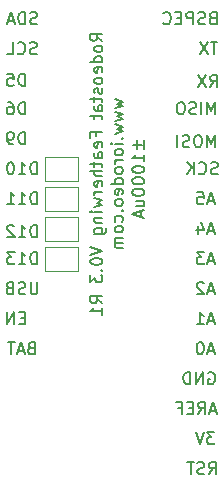
<source format=gbr>
G04 #@! TF.GenerationSoftware,KiCad,Pcbnew,5.1.7-a382d34a8~87~ubuntu18.04.1*
G04 #@! TF.CreationDate,2021-10-03T14:59:54-07:00*
G04 #@! TF.ProjectId,potentiostat_featherwing,706f7465-6e74-4696-9f73-7461745f6665,rev?*
G04 #@! TF.SameCoordinates,Original*
G04 #@! TF.FileFunction,Legend,Bot*
G04 #@! TF.FilePolarity,Positive*
%FSLAX46Y46*%
G04 Gerber Fmt 4.6, Leading zero omitted, Abs format (unit mm)*
G04 Created by KiCad (PCBNEW 5.1.7-a382d34a8~87~ubuntu18.04.1) date 2021-10-03 14:59:54*
%MOMM*%
%LPD*%
G01*
G04 APERTURE LIST*
%ADD10C,0.203200*%
%ADD11C,0.120000*%
G04 APERTURE END LIST*
D10*
X52914247Y-42045466D02*
X52914247Y-42819561D01*
X53301295Y-42432514D02*
X52527200Y-42432514D01*
X53494819Y-42819561D02*
X53494819Y-42045466D01*
X53494819Y-43835561D02*
X53494819Y-43254990D01*
X53494819Y-43545276D02*
X52478819Y-43545276D01*
X52623961Y-43448514D01*
X52720723Y-43351752D01*
X52769104Y-43254990D01*
X52478819Y-44464514D02*
X52478819Y-44561276D01*
X52527200Y-44658038D01*
X52575580Y-44706419D01*
X52672342Y-44754800D01*
X52865866Y-44803180D01*
X53107771Y-44803180D01*
X53301295Y-44754800D01*
X53398057Y-44706419D01*
X53446438Y-44658038D01*
X53494819Y-44561276D01*
X53494819Y-44464514D01*
X53446438Y-44367752D01*
X53398057Y-44319371D01*
X53301295Y-44270990D01*
X53107771Y-44222609D01*
X52865866Y-44222609D01*
X52672342Y-44270990D01*
X52575580Y-44319371D01*
X52527200Y-44367752D01*
X52478819Y-44464514D01*
X52478819Y-45432133D02*
X52478819Y-45528895D01*
X52527200Y-45625657D01*
X52575580Y-45674038D01*
X52672342Y-45722419D01*
X52865866Y-45770800D01*
X53107771Y-45770800D01*
X53301295Y-45722419D01*
X53398057Y-45674038D01*
X53446438Y-45625657D01*
X53494819Y-45528895D01*
X53494819Y-45432133D01*
X53446438Y-45335371D01*
X53398057Y-45286990D01*
X53301295Y-45238609D01*
X53107771Y-45190228D01*
X52865866Y-45190228D01*
X52672342Y-45238609D01*
X52575580Y-45286990D01*
X52527200Y-45335371D01*
X52478819Y-45432133D01*
X52478819Y-46399752D02*
X52478819Y-46496514D01*
X52527200Y-46593276D01*
X52575580Y-46641657D01*
X52672342Y-46690038D01*
X52865866Y-46738419D01*
X53107771Y-46738419D01*
X53301295Y-46690038D01*
X53398057Y-46641657D01*
X53446438Y-46593276D01*
X53494819Y-46496514D01*
X53494819Y-46399752D01*
X53446438Y-46302990D01*
X53398057Y-46254609D01*
X53301295Y-46206228D01*
X53107771Y-46157847D01*
X52865866Y-46157847D01*
X52672342Y-46206228D01*
X52575580Y-46254609D01*
X52527200Y-46302990D01*
X52478819Y-46399752D01*
X52817485Y-47609276D02*
X53494819Y-47609276D01*
X52817485Y-47173847D02*
X53349676Y-47173847D01*
X53446438Y-47222228D01*
X53494819Y-47318990D01*
X53494819Y-47464133D01*
X53446438Y-47560895D01*
X53398057Y-47609276D01*
X53204533Y-48044704D02*
X53204533Y-48528514D01*
X53494819Y-47947942D02*
X52478819Y-48286609D01*
X53494819Y-48625276D01*
X49964219Y-33634438D02*
X49480409Y-33295771D01*
X49964219Y-33053866D02*
X48948219Y-33053866D01*
X48948219Y-33440914D01*
X48996600Y-33537676D01*
X49044980Y-33586057D01*
X49141742Y-33634438D01*
X49286885Y-33634438D01*
X49383647Y-33586057D01*
X49432028Y-33537676D01*
X49480409Y-33440914D01*
X49480409Y-33053866D01*
X49964219Y-34215009D02*
X49915838Y-34118247D01*
X49867457Y-34069866D01*
X49770695Y-34021485D01*
X49480409Y-34021485D01*
X49383647Y-34069866D01*
X49335266Y-34118247D01*
X49286885Y-34215009D01*
X49286885Y-34360152D01*
X49335266Y-34456914D01*
X49383647Y-34505295D01*
X49480409Y-34553676D01*
X49770695Y-34553676D01*
X49867457Y-34505295D01*
X49915838Y-34456914D01*
X49964219Y-34360152D01*
X49964219Y-34215009D01*
X49964219Y-35424533D02*
X48948219Y-35424533D01*
X49915838Y-35424533D02*
X49964219Y-35327771D01*
X49964219Y-35134247D01*
X49915838Y-35037485D01*
X49867457Y-34989104D01*
X49770695Y-34940723D01*
X49480409Y-34940723D01*
X49383647Y-34989104D01*
X49335266Y-35037485D01*
X49286885Y-35134247D01*
X49286885Y-35327771D01*
X49335266Y-35424533D01*
X49915838Y-36295390D02*
X49964219Y-36198628D01*
X49964219Y-36005104D01*
X49915838Y-35908342D01*
X49819076Y-35859961D01*
X49432028Y-35859961D01*
X49335266Y-35908342D01*
X49286885Y-36005104D01*
X49286885Y-36198628D01*
X49335266Y-36295390D01*
X49432028Y-36343771D01*
X49528790Y-36343771D01*
X49625552Y-35859961D01*
X49964219Y-36924342D02*
X49915838Y-36827580D01*
X49867457Y-36779200D01*
X49770695Y-36730819D01*
X49480409Y-36730819D01*
X49383647Y-36779200D01*
X49335266Y-36827580D01*
X49286885Y-36924342D01*
X49286885Y-37069485D01*
X49335266Y-37166247D01*
X49383647Y-37214628D01*
X49480409Y-37263009D01*
X49770695Y-37263009D01*
X49867457Y-37214628D01*
X49915838Y-37166247D01*
X49964219Y-37069485D01*
X49964219Y-36924342D01*
X49915838Y-37650057D02*
X49964219Y-37746819D01*
X49964219Y-37940342D01*
X49915838Y-38037104D01*
X49819076Y-38085485D01*
X49770695Y-38085485D01*
X49673933Y-38037104D01*
X49625552Y-37940342D01*
X49625552Y-37795200D01*
X49577171Y-37698438D01*
X49480409Y-37650057D01*
X49432028Y-37650057D01*
X49335266Y-37698438D01*
X49286885Y-37795200D01*
X49286885Y-37940342D01*
X49335266Y-38037104D01*
X49286885Y-38375771D02*
X49286885Y-38762819D01*
X48948219Y-38520914D02*
X49819076Y-38520914D01*
X49915838Y-38569295D01*
X49964219Y-38666057D01*
X49964219Y-38762819D01*
X49964219Y-39536914D02*
X49432028Y-39536914D01*
X49335266Y-39488533D01*
X49286885Y-39391771D01*
X49286885Y-39198247D01*
X49335266Y-39101485D01*
X49915838Y-39536914D02*
X49964219Y-39440152D01*
X49964219Y-39198247D01*
X49915838Y-39101485D01*
X49819076Y-39053104D01*
X49722314Y-39053104D01*
X49625552Y-39101485D01*
X49577171Y-39198247D01*
X49577171Y-39440152D01*
X49528790Y-39536914D01*
X49286885Y-39875580D02*
X49286885Y-40262628D01*
X48948219Y-40020723D02*
X49819076Y-40020723D01*
X49915838Y-40069104D01*
X49964219Y-40165866D01*
X49964219Y-40262628D01*
X49432028Y-41714057D02*
X49432028Y-41375390D01*
X49964219Y-41375390D02*
X48948219Y-41375390D01*
X48948219Y-41859200D01*
X49915838Y-42633295D02*
X49964219Y-42536533D01*
X49964219Y-42343009D01*
X49915838Y-42246247D01*
X49819076Y-42197866D01*
X49432028Y-42197866D01*
X49335266Y-42246247D01*
X49286885Y-42343009D01*
X49286885Y-42536533D01*
X49335266Y-42633295D01*
X49432028Y-42681676D01*
X49528790Y-42681676D01*
X49625552Y-42197866D01*
X49964219Y-43552533D02*
X49432028Y-43552533D01*
X49335266Y-43504152D01*
X49286885Y-43407390D01*
X49286885Y-43213866D01*
X49335266Y-43117104D01*
X49915838Y-43552533D02*
X49964219Y-43455771D01*
X49964219Y-43213866D01*
X49915838Y-43117104D01*
X49819076Y-43068723D01*
X49722314Y-43068723D01*
X49625552Y-43117104D01*
X49577171Y-43213866D01*
X49577171Y-43455771D01*
X49528790Y-43552533D01*
X49286885Y-43891200D02*
X49286885Y-44278247D01*
X48948219Y-44036342D02*
X49819076Y-44036342D01*
X49915838Y-44084723D01*
X49964219Y-44181485D01*
X49964219Y-44278247D01*
X49964219Y-44616914D02*
X48948219Y-44616914D01*
X49964219Y-45052342D02*
X49432028Y-45052342D01*
X49335266Y-45003961D01*
X49286885Y-44907200D01*
X49286885Y-44762057D01*
X49335266Y-44665295D01*
X49383647Y-44616914D01*
X49915838Y-45923200D02*
X49964219Y-45826438D01*
X49964219Y-45632914D01*
X49915838Y-45536152D01*
X49819076Y-45487771D01*
X49432028Y-45487771D01*
X49335266Y-45536152D01*
X49286885Y-45632914D01*
X49286885Y-45826438D01*
X49335266Y-45923200D01*
X49432028Y-45971580D01*
X49528790Y-45971580D01*
X49625552Y-45487771D01*
X49964219Y-46407009D02*
X49286885Y-46407009D01*
X49480409Y-46407009D02*
X49383647Y-46455390D01*
X49335266Y-46503771D01*
X49286885Y-46600533D01*
X49286885Y-46697295D01*
X49286885Y-46939200D02*
X49964219Y-47132723D01*
X49480409Y-47326247D01*
X49964219Y-47519771D01*
X49286885Y-47713295D01*
X49964219Y-48100342D02*
X49286885Y-48100342D01*
X48948219Y-48100342D02*
X48996600Y-48051961D01*
X49044980Y-48100342D01*
X48996600Y-48148723D01*
X48948219Y-48100342D01*
X49044980Y-48100342D01*
X49286885Y-48584152D02*
X49964219Y-48584152D01*
X49383647Y-48584152D02*
X49335266Y-48632533D01*
X49286885Y-48729295D01*
X49286885Y-48874438D01*
X49335266Y-48971200D01*
X49432028Y-49019580D01*
X49964219Y-49019580D01*
X49286885Y-49938819D02*
X50109361Y-49938819D01*
X50206123Y-49890438D01*
X50254504Y-49842057D01*
X50302885Y-49745295D01*
X50302885Y-49600152D01*
X50254504Y-49503390D01*
X49915838Y-49938819D02*
X49964219Y-49842057D01*
X49964219Y-49648533D01*
X49915838Y-49551771D01*
X49867457Y-49503390D01*
X49770695Y-49455009D01*
X49480409Y-49455009D01*
X49383647Y-49503390D01*
X49335266Y-49551771D01*
X49286885Y-49648533D01*
X49286885Y-49842057D01*
X49335266Y-49938819D01*
X48948219Y-51051580D02*
X49964219Y-51390247D01*
X48948219Y-51728914D01*
X48948219Y-52261104D02*
X48948219Y-52357866D01*
X48996600Y-52454628D01*
X49044980Y-52503009D01*
X49141742Y-52551390D01*
X49335266Y-52599771D01*
X49577171Y-52599771D01*
X49770695Y-52551390D01*
X49867457Y-52503009D01*
X49915838Y-52454628D01*
X49964219Y-52357866D01*
X49964219Y-52261104D01*
X49915838Y-52164342D01*
X49867457Y-52115961D01*
X49770695Y-52067580D01*
X49577171Y-52019200D01*
X49335266Y-52019200D01*
X49141742Y-52067580D01*
X49044980Y-52115961D01*
X48996600Y-52164342D01*
X48948219Y-52261104D01*
X49867457Y-53035200D02*
X49915838Y-53083580D01*
X49964219Y-53035200D01*
X49915838Y-52986819D01*
X49867457Y-53035200D01*
X49964219Y-53035200D01*
X48948219Y-53422247D02*
X48948219Y-54051200D01*
X49335266Y-53712533D01*
X49335266Y-53857676D01*
X49383647Y-53954438D01*
X49432028Y-54002819D01*
X49528790Y-54051200D01*
X49770695Y-54051200D01*
X49867457Y-54002819D01*
X49915838Y-53954438D01*
X49964219Y-53857676D01*
X49964219Y-53567390D01*
X49915838Y-53470628D01*
X49867457Y-53422247D01*
X49964219Y-55841295D02*
X49480409Y-55502628D01*
X49964219Y-55260723D02*
X48948219Y-55260723D01*
X48948219Y-55647771D01*
X48996600Y-55744533D01*
X49044980Y-55792914D01*
X49141742Y-55841295D01*
X49286885Y-55841295D01*
X49383647Y-55792914D01*
X49432028Y-55744533D01*
X49480409Y-55647771D01*
X49480409Y-55260723D01*
X49964219Y-56808914D02*
X49964219Y-56228342D01*
X49964219Y-56518628D02*
X48948219Y-56518628D01*
X49093361Y-56421866D01*
X49190123Y-56325104D01*
X49238504Y-56228342D01*
X51014085Y-38569295D02*
X51691419Y-38762819D01*
X51207609Y-38956342D01*
X51691419Y-39149866D01*
X51014085Y-39343390D01*
X51014085Y-39633676D02*
X51691419Y-39827200D01*
X51207609Y-40020723D01*
X51691419Y-40214247D01*
X51014085Y-40407771D01*
X51014085Y-40698057D02*
X51691419Y-40891580D01*
X51207609Y-41085104D01*
X51691419Y-41278628D01*
X51014085Y-41472152D01*
X51594657Y-41859199D02*
X51643038Y-41907580D01*
X51691419Y-41859199D01*
X51643038Y-41810819D01*
X51594657Y-41859199D01*
X51691419Y-41859199D01*
X51691419Y-42343009D02*
X51014085Y-42343009D01*
X50675419Y-42343009D02*
X50723800Y-42294628D01*
X50772180Y-42343009D01*
X50723800Y-42391390D01*
X50675419Y-42343009D01*
X50772180Y-42343009D01*
X51691419Y-42971961D02*
X51643038Y-42875200D01*
X51594657Y-42826819D01*
X51497895Y-42778438D01*
X51207609Y-42778438D01*
X51110847Y-42826819D01*
X51062466Y-42875200D01*
X51014085Y-42971961D01*
X51014085Y-43117104D01*
X51062466Y-43213866D01*
X51110847Y-43262247D01*
X51207609Y-43310628D01*
X51497895Y-43310628D01*
X51594657Y-43262247D01*
X51643038Y-43213866D01*
X51691419Y-43117104D01*
X51691419Y-42971961D01*
X51691419Y-43746057D02*
X51014085Y-43746057D01*
X51207609Y-43746057D02*
X51110847Y-43794438D01*
X51062466Y-43842819D01*
X51014085Y-43939580D01*
X51014085Y-44036342D01*
X51691419Y-44520152D02*
X51643038Y-44423390D01*
X51594657Y-44375009D01*
X51497895Y-44326628D01*
X51207609Y-44326628D01*
X51110847Y-44375009D01*
X51062466Y-44423390D01*
X51014085Y-44520152D01*
X51014085Y-44665295D01*
X51062466Y-44762057D01*
X51110847Y-44810438D01*
X51207609Y-44858819D01*
X51497895Y-44858819D01*
X51594657Y-44810438D01*
X51643038Y-44762057D01*
X51691419Y-44665295D01*
X51691419Y-44520152D01*
X51691419Y-45729676D02*
X50675419Y-45729676D01*
X51643038Y-45729676D02*
X51691419Y-45632914D01*
X51691419Y-45439390D01*
X51643038Y-45342628D01*
X51594657Y-45294247D01*
X51497895Y-45245866D01*
X51207609Y-45245866D01*
X51110847Y-45294247D01*
X51062466Y-45342628D01*
X51014085Y-45439390D01*
X51014085Y-45632914D01*
X51062466Y-45729676D01*
X51643038Y-46600533D02*
X51691419Y-46503771D01*
X51691419Y-46310247D01*
X51643038Y-46213485D01*
X51546276Y-46165104D01*
X51159228Y-46165104D01*
X51062466Y-46213485D01*
X51014085Y-46310247D01*
X51014085Y-46503771D01*
X51062466Y-46600533D01*
X51159228Y-46648914D01*
X51255990Y-46648914D01*
X51352752Y-46165104D01*
X51691419Y-47229485D02*
X51643038Y-47132723D01*
X51594657Y-47084342D01*
X51497895Y-47035961D01*
X51207609Y-47035961D01*
X51110847Y-47084342D01*
X51062466Y-47132723D01*
X51014085Y-47229485D01*
X51014085Y-47374628D01*
X51062466Y-47471390D01*
X51110847Y-47519771D01*
X51207609Y-47568152D01*
X51497895Y-47568152D01*
X51594657Y-47519771D01*
X51643038Y-47471390D01*
X51691419Y-47374628D01*
X51691419Y-47229485D01*
X51594657Y-48003580D02*
X51643038Y-48051961D01*
X51691419Y-48003580D01*
X51643038Y-47955199D01*
X51594657Y-48003580D01*
X51691419Y-48003580D01*
X51643038Y-48922819D02*
X51691419Y-48826057D01*
X51691419Y-48632533D01*
X51643038Y-48535771D01*
X51594657Y-48487390D01*
X51497895Y-48439009D01*
X51207609Y-48439009D01*
X51110847Y-48487390D01*
X51062466Y-48535771D01*
X51014085Y-48632533D01*
X51014085Y-48826057D01*
X51062466Y-48922819D01*
X51691419Y-49503390D02*
X51643038Y-49406628D01*
X51594657Y-49358247D01*
X51497895Y-49309866D01*
X51207609Y-49309866D01*
X51110847Y-49358247D01*
X51062466Y-49406628D01*
X51014085Y-49503390D01*
X51014085Y-49648533D01*
X51062466Y-49745295D01*
X51110847Y-49793676D01*
X51207609Y-49842057D01*
X51497895Y-49842057D01*
X51594657Y-49793676D01*
X51643038Y-49745295D01*
X51691419Y-49648533D01*
X51691419Y-49503390D01*
X51691419Y-50277485D02*
X51014085Y-50277485D01*
X51110847Y-50277485D02*
X51062466Y-50325866D01*
X51014085Y-50422628D01*
X51014085Y-50567771D01*
X51062466Y-50664533D01*
X51159228Y-50712914D01*
X51691419Y-50712914D01*
X51159228Y-50712914D02*
X51062466Y-50761295D01*
X51014085Y-50858057D01*
X51014085Y-51003199D01*
X51062466Y-51099961D01*
X51159228Y-51148342D01*
X51691419Y-51148342D01*
D11*
X47882000Y-51070000D02*
X45082000Y-51070000D01*
X45082000Y-51070000D02*
X45082000Y-53070000D01*
X45082000Y-53070000D02*
X47882000Y-53070000D01*
X47882000Y-53070000D02*
X47882000Y-51070000D01*
X47882000Y-50530000D02*
X47882000Y-48530000D01*
X45082000Y-50530000D02*
X47882000Y-50530000D01*
X45082000Y-48530000D02*
X45082000Y-50530000D01*
X47882000Y-48530000D02*
X45082000Y-48530000D01*
X47882000Y-45990000D02*
X45082000Y-45990000D01*
X45082000Y-45990000D02*
X45082000Y-47990000D01*
X45082000Y-47990000D02*
X47882000Y-47990000D01*
X47882000Y-47990000D02*
X47882000Y-45990000D01*
X47882000Y-43450000D02*
X45082000Y-43450000D01*
X45082000Y-43450000D02*
X45082000Y-45450000D01*
X45082000Y-45450000D02*
X47882000Y-45450000D01*
X47882000Y-45450000D02*
X47882000Y-43450000D01*
D10*
X58976380Y-70309619D02*
X59315047Y-69825809D01*
X59556952Y-70309619D02*
X59556952Y-69293619D01*
X59169904Y-69293619D01*
X59073142Y-69342000D01*
X59024761Y-69390380D01*
X58976380Y-69487142D01*
X58976380Y-69632285D01*
X59024761Y-69729047D01*
X59073142Y-69777428D01*
X59169904Y-69825809D01*
X59556952Y-69825809D01*
X58589333Y-70261238D02*
X58444190Y-70309619D01*
X58202285Y-70309619D01*
X58105523Y-70261238D01*
X58057142Y-70212857D01*
X58008761Y-70116095D01*
X58008761Y-70019333D01*
X58057142Y-69922571D01*
X58105523Y-69874190D01*
X58202285Y-69825809D01*
X58395809Y-69777428D01*
X58492571Y-69729047D01*
X58540952Y-69680666D01*
X58589333Y-69583904D01*
X58589333Y-69487142D01*
X58540952Y-69390380D01*
X58492571Y-69342000D01*
X58395809Y-69293619D01*
X58153904Y-69293619D01*
X58008761Y-69342000D01*
X57718476Y-69293619D02*
X57137904Y-69293619D01*
X57428190Y-70309619D02*
X57428190Y-69293619D01*
X59448095Y-66753619D02*
X58819142Y-66753619D01*
X59157809Y-67140666D01*
X59012666Y-67140666D01*
X58915904Y-67189047D01*
X58867523Y-67237428D01*
X58819142Y-67334190D01*
X58819142Y-67576095D01*
X58867523Y-67672857D01*
X58915904Y-67721238D01*
X59012666Y-67769619D01*
X59302952Y-67769619D01*
X59399714Y-67721238D01*
X59448095Y-67672857D01*
X58528857Y-66753619D02*
X58190190Y-67769619D01*
X57851523Y-66753619D01*
X59556952Y-64939333D02*
X59073142Y-64939333D01*
X59653714Y-65229619D02*
X59315047Y-64213619D01*
X58976380Y-65229619D01*
X58057142Y-65229619D02*
X58395809Y-64745809D01*
X58637714Y-65229619D02*
X58637714Y-64213619D01*
X58250666Y-64213619D01*
X58153904Y-64262000D01*
X58105523Y-64310380D01*
X58057142Y-64407142D01*
X58057142Y-64552285D01*
X58105523Y-64649047D01*
X58153904Y-64697428D01*
X58250666Y-64745809D01*
X58637714Y-64745809D01*
X57621714Y-64697428D02*
X57283047Y-64697428D01*
X57137904Y-65229619D02*
X57621714Y-65229619D01*
X57621714Y-64213619D01*
X57137904Y-64213619D01*
X56363809Y-64697428D02*
X56702476Y-64697428D01*
X56702476Y-65229619D02*
X56702476Y-64213619D01*
X56218666Y-64213619D01*
X58940095Y-61722000D02*
X59036857Y-61673619D01*
X59182000Y-61673619D01*
X59327142Y-61722000D01*
X59423904Y-61818761D01*
X59472285Y-61915523D01*
X59520666Y-62109047D01*
X59520666Y-62254190D01*
X59472285Y-62447714D01*
X59423904Y-62544476D01*
X59327142Y-62641238D01*
X59182000Y-62689619D01*
X59085238Y-62689619D01*
X58940095Y-62641238D01*
X58891714Y-62592857D01*
X58891714Y-62254190D01*
X59085238Y-62254190D01*
X58456285Y-62689619D02*
X58456285Y-61673619D01*
X57875714Y-62689619D01*
X57875714Y-61673619D01*
X57391904Y-62689619D02*
X57391904Y-61673619D01*
X57150000Y-61673619D01*
X57004857Y-61722000D01*
X56908095Y-61818761D01*
X56859714Y-61915523D01*
X56811333Y-62109047D01*
X56811333Y-62254190D01*
X56859714Y-62447714D01*
X56908095Y-62544476D01*
X57004857Y-62641238D01*
X57150000Y-62689619D01*
X57391904Y-62689619D01*
X59399714Y-59859333D02*
X58915904Y-59859333D01*
X59496476Y-60149619D02*
X59157809Y-59133619D01*
X58819142Y-60149619D01*
X58286952Y-59133619D02*
X58190190Y-59133619D01*
X58093428Y-59182000D01*
X58045047Y-59230380D01*
X57996666Y-59327142D01*
X57948285Y-59520666D01*
X57948285Y-59762571D01*
X57996666Y-59956095D01*
X58045047Y-60052857D01*
X58093428Y-60101238D01*
X58190190Y-60149619D01*
X58286952Y-60149619D01*
X58383714Y-60101238D01*
X58432095Y-60052857D01*
X58480476Y-59956095D01*
X58528857Y-59762571D01*
X58528857Y-59520666D01*
X58480476Y-59327142D01*
X58432095Y-59230380D01*
X58383714Y-59182000D01*
X58286952Y-59133619D01*
X59399714Y-57319333D02*
X58915904Y-57319333D01*
X59496476Y-57609619D02*
X59157809Y-56593619D01*
X58819142Y-57609619D01*
X57948285Y-57609619D02*
X58528857Y-57609619D01*
X58238571Y-57609619D02*
X58238571Y-56593619D01*
X58335333Y-56738761D01*
X58432095Y-56835523D01*
X58528857Y-56883904D01*
X59399714Y-54779333D02*
X58915904Y-54779333D01*
X59496476Y-55069619D02*
X59157809Y-54053619D01*
X58819142Y-55069619D01*
X58528857Y-54150380D02*
X58480476Y-54102000D01*
X58383714Y-54053619D01*
X58141809Y-54053619D01*
X58045047Y-54102000D01*
X57996666Y-54150380D01*
X57948285Y-54247142D01*
X57948285Y-54343904D01*
X57996666Y-54489047D01*
X58577238Y-55069619D01*
X57948285Y-55069619D01*
X59399714Y-52239333D02*
X58915904Y-52239333D01*
X59496476Y-52529619D02*
X59157809Y-51513619D01*
X58819142Y-52529619D01*
X58577238Y-51513619D02*
X57948285Y-51513619D01*
X58286952Y-51900666D01*
X58141809Y-51900666D01*
X58045047Y-51949047D01*
X57996666Y-51997428D01*
X57948285Y-52094190D01*
X57948285Y-52336095D01*
X57996666Y-52432857D01*
X58045047Y-52481238D01*
X58141809Y-52529619D01*
X58432095Y-52529619D01*
X58528857Y-52481238D01*
X58577238Y-52432857D01*
X59399714Y-49699333D02*
X58915904Y-49699333D01*
X59496476Y-49989619D02*
X59157809Y-48973619D01*
X58819142Y-49989619D01*
X58045047Y-49312285D02*
X58045047Y-49989619D01*
X58286952Y-48925238D02*
X58528857Y-49650952D01*
X57899904Y-49650952D01*
X59399714Y-47159333D02*
X58915904Y-47159333D01*
X59496476Y-47449619D02*
X59157809Y-46433619D01*
X58819142Y-47449619D01*
X57996666Y-46433619D02*
X58480476Y-46433619D01*
X58528857Y-46917428D01*
X58480476Y-46869047D01*
X58383714Y-46820666D01*
X58141809Y-46820666D01*
X58045047Y-46869047D01*
X57996666Y-46917428D01*
X57948285Y-47014190D01*
X57948285Y-47256095D01*
X57996666Y-47352857D01*
X58045047Y-47401238D01*
X58141809Y-47449619D01*
X58383714Y-47449619D01*
X58480476Y-47401238D01*
X58528857Y-47352857D01*
X59726285Y-44861238D02*
X59581142Y-44909619D01*
X59339238Y-44909619D01*
X59242476Y-44861238D01*
X59194095Y-44812857D01*
X59145714Y-44716095D01*
X59145714Y-44619333D01*
X59194095Y-44522571D01*
X59242476Y-44474190D01*
X59339238Y-44425809D01*
X59532761Y-44377428D01*
X59629523Y-44329047D01*
X59677904Y-44280666D01*
X59726285Y-44183904D01*
X59726285Y-44087142D01*
X59677904Y-43990380D01*
X59629523Y-43942000D01*
X59532761Y-43893619D01*
X59290857Y-43893619D01*
X59145714Y-43942000D01*
X58129714Y-44812857D02*
X58178095Y-44861238D01*
X58323238Y-44909619D01*
X58420000Y-44909619D01*
X58565142Y-44861238D01*
X58661904Y-44764476D01*
X58710285Y-44667714D01*
X58758666Y-44474190D01*
X58758666Y-44329047D01*
X58710285Y-44135523D01*
X58661904Y-44038761D01*
X58565142Y-43942000D01*
X58420000Y-43893619D01*
X58323238Y-43893619D01*
X58178095Y-43942000D01*
X58129714Y-43990380D01*
X57694285Y-44909619D02*
X57694285Y-43893619D01*
X57113714Y-44909619D02*
X57549142Y-44329047D01*
X57113714Y-43893619D02*
X57694285Y-44474190D01*
X59508571Y-42623619D02*
X59508571Y-41607619D01*
X59169904Y-42333333D01*
X58831238Y-41607619D01*
X58831238Y-42623619D01*
X58153904Y-41607619D02*
X57960380Y-41607619D01*
X57863619Y-41656000D01*
X57766857Y-41752761D01*
X57718476Y-41946285D01*
X57718476Y-42284952D01*
X57766857Y-42478476D01*
X57863619Y-42575238D01*
X57960380Y-42623619D01*
X58153904Y-42623619D01*
X58250666Y-42575238D01*
X58347428Y-42478476D01*
X58395809Y-42284952D01*
X58395809Y-41946285D01*
X58347428Y-41752761D01*
X58250666Y-41656000D01*
X58153904Y-41607619D01*
X57331428Y-42575238D02*
X57186285Y-42623619D01*
X56944380Y-42623619D01*
X56847619Y-42575238D01*
X56799238Y-42526857D01*
X56750857Y-42430095D01*
X56750857Y-42333333D01*
X56799238Y-42236571D01*
X56847619Y-42188190D01*
X56944380Y-42139809D01*
X57137904Y-42091428D01*
X57234666Y-42043047D01*
X57283047Y-41994666D01*
X57331428Y-41897904D01*
X57331428Y-41801142D01*
X57283047Y-41704380D01*
X57234666Y-41656000D01*
X57137904Y-41607619D01*
X56895999Y-41607619D01*
X56750857Y-41656000D01*
X56315428Y-42623619D02*
X56315428Y-41607619D01*
X59508571Y-39829619D02*
X59508571Y-38813619D01*
X59169904Y-39539333D01*
X58831238Y-38813619D01*
X58831238Y-39829619D01*
X58347428Y-39829619D02*
X58347428Y-38813619D01*
X57911999Y-39781238D02*
X57766857Y-39829619D01*
X57524952Y-39829619D01*
X57428190Y-39781238D01*
X57379809Y-39732857D01*
X57331428Y-39636095D01*
X57331428Y-39539333D01*
X57379809Y-39442571D01*
X57428190Y-39394190D01*
X57524952Y-39345809D01*
X57718476Y-39297428D01*
X57815238Y-39249047D01*
X57863619Y-39200666D01*
X57911999Y-39103904D01*
X57911999Y-39007142D01*
X57863619Y-38910380D01*
X57815238Y-38862000D01*
X57718476Y-38813619D01*
X57476571Y-38813619D01*
X57331428Y-38862000D01*
X56702476Y-38813619D02*
X56508952Y-38813619D01*
X56412190Y-38862000D01*
X56315428Y-38958761D01*
X56267047Y-39152285D01*
X56267047Y-39490952D01*
X56315428Y-39684476D01*
X56412190Y-39781238D01*
X56508952Y-39829619D01*
X56702476Y-39829619D01*
X56799238Y-39781238D01*
X56895999Y-39684476D01*
X56944380Y-39490952D01*
X56944380Y-39152285D01*
X56895999Y-38958761D01*
X56799238Y-38862000D01*
X56702476Y-38813619D01*
X59097333Y-37543619D02*
X59436000Y-37059809D01*
X59677904Y-37543619D02*
X59677904Y-36527619D01*
X59290857Y-36527619D01*
X59194095Y-36576000D01*
X59145714Y-36624380D01*
X59097333Y-36721142D01*
X59097333Y-36866285D01*
X59145714Y-36963047D01*
X59194095Y-37011428D01*
X59290857Y-37059809D01*
X59677904Y-37059809D01*
X58758666Y-36527619D02*
X58081333Y-37543619D01*
X58081333Y-36527619D02*
X58758666Y-37543619D01*
X59702095Y-33733619D02*
X59121523Y-33733619D01*
X59411809Y-34749619D02*
X59411809Y-33733619D01*
X58879619Y-33733619D02*
X58202285Y-34749619D01*
X58202285Y-33733619D02*
X58879619Y-34749619D01*
X59290857Y-31677428D02*
X59145714Y-31725809D01*
X59097333Y-31774190D01*
X59048952Y-31870952D01*
X59048952Y-32016095D01*
X59097333Y-32112857D01*
X59145714Y-32161238D01*
X59242476Y-32209619D01*
X59629523Y-32209619D01*
X59629523Y-31193619D01*
X59290857Y-31193619D01*
X59194095Y-31242000D01*
X59145714Y-31290380D01*
X59097333Y-31387142D01*
X59097333Y-31483904D01*
X59145714Y-31580666D01*
X59194095Y-31629047D01*
X59290857Y-31677428D01*
X59629523Y-31677428D01*
X58661904Y-32161238D02*
X58516761Y-32209619D01*
X58274857Y-32209619D01*
X58178095Y-32161238D01*
X58129714Y-32112857D01*
X58081333Y-32016095D01*
X58081333Y-31919333D01*
X58129714Y-31822571D01*
X58178095Y-31774190D01*
X58274857Y-31725809D01*
X58468380Y-31677428D01*
X58565142Y-31629047D01*
X58613523Y-31580666D01*
X58661904Y-31483904D01*
X58661904Y-31387142D01*
X58613523Y-31290380D01*
X58565142Y-31242000D01*
X58468380Y-31193619D01*
X58226476Y-31193619D01*
X58081333Y-31242000D01*
X57645904Y-32209619D02*
X57645904Y-31193619D01*
X57258857Y-31193619D01*
X57162095Y-31242000D01*
X57113714Y-31290380D01*
X57065333Y-31387142D01*
X57065333Y-31532285D01*
X57113714Y-31629047D01*
X57162095Y-31677428D01*
X57258857Y-31725809D01*
X57645904Y-31725809D01*
X56629904Y-31677428D02*
X56291238Y-31677428D01*
X56146095Y-32209619D02*
X56629904Y-32209619D01*
X56629904Y-31193619D01*
X56146095Y-31193619D01*
X55130095Y-32112857D02*
X55178476Y-32161238D01*
X55323619Y-32209619D01*
X55420380Y-32209619D01*
X55565523Y-32161238D01*
X55662285Y-32064476D01*
X55710666Y-31967714D01*
X55759047Y-31774190D01*
X55759047Y-31629047D01*
X55710666Y-31435523D01*
X55662285Y-31338761D01*
X55565523Y-31242000D01*
X55420380Y-31193619D01*
X55323619Y-31193619D01*
X55178476Y-31242000D01*
X55130095Y-31290380D01*
X43929904Y-59617428D02*
X43784761Y-59665809D01*
X43736380Y-59714190D01*
X43688000Y-59810952D01*
X43688000Y-59956095D01*
X43736380Y-60052857D01*
X43784761Y-60101238D01*
X43881523Y-60149619D01*
X44268571Y-60149619D01*
X44268571Y-59133619D01*
X43929904Y-59133619D01*
X43833142Y-59182000D01*
X43784761Y-59230380D01*
X43736380Y-59327142D01*
X43736380Y-59423904D01*
X43784761Y-59520666D01*
X43833142Y-59569047D01*
X43929904Y-59617428D01*
X44268571Y-59617428D01*
X43300952Y-59859333D02*
X42817142Y-59859333D01*
X43397714Y-60149619D02*
X43059047Y-59133619D01*
X42720380Y-60149619D01*
X42526857Y-59133619D02*
X41946285Y-59133619D01*
X42236571Y-60149619D02*
X42236571Y-59133619D01*
X43421904Y-57077428D02*
X43083238Y-57077428D01*
X42938095Y-57609619D02*
X43421904Y-57609619D01*
X43421904Y-56593619D01*
X42938095Y-56593619D01*
X42502666Y-57609619D02*
X42502666Y-56593619D01*
X41922095Y-57609619D01*
X41922095Y-56593619D01*
X44462095Y-54053619D02*
X44462095Y-54876095D01*
X44413714Y-54972857D01*
X44365333Y-55021238D01*
X44268571Y-55069619D01*
X44075047Y-55069619D01*
X43978285Y-55021238D01*
X43929904Y-54972857D01*
X43881523Y-54876095D01*
X43881523Y-54053619D01*
X43446095Y-55021238D02*
X43300952Y-55069619D01*
X43059047Y-55069619D01*
X42962285Y-55021238D01*
X42913904Y-54972857D01*
X42865523Y-54876095D01*
X42865523Y-54779333D01*
X42913904Y-54682571D01*
X42962285Y-54634190D01*
X43059047Y-54585809D01*
X43252571Y-54537428D01*
X43349333Y-54489047D01*
X43397714Y-54440666D01*
X43446095Y-54343904D01*
X43446095Y-54247142D01*
X43397714Y-54150380D01*
X43349333Y-54102000D01*
X43252571Y-54053619D01*
X43010666Y-54053619D01*
X42865523Y-54102000D01*
X42091428Y-54537428D02*
X41946285Y-54585809D01*
X41897904Y-54634190D01*
X41849523Y-54730952D01*
X41849523Y-54876095D01*
X41897904Y-54972857D01*
X41946285Y-55021238D01*
X42043047Y-55069619D01*
X42430095Y-55069619D01*
X42430095Y-54053619D01*
X42091428Y-54053619D01*
X41994666Y-54102000D01*
X41946285Y-54150380D01*
X41897904Y-54247142D01*
X41897904Y-54343904D01*
X41946285Y-54440666D01*
X41994666Y-54489047D01*
X42091428Y-54537428D01*
X42430095Y-54537428D01*
X44413714Y-52529619D02*
X44413714Y-51513619D01*
X44171809Y-51513619D01*
X44026666Y-51562000D01*
X43929904Y-51658761D01*
X43881523Y-51755523D01*
X43833142Y-51949047D01*
X43833142Y-52094190D01*
X43881523Y-52287714D01*
X43929904Y-52384476D01*
X44026666Y-52481238D01*
X44171809Y-52529619D01*
X44413714Y-52529619D01*
X42865523Y-52529619D02*
X43446095Y-52529619D01*
X43155809Y-52529619D02*
X43155809Y-51513619D01*
X43252571Y-51658761D01*
X43349333Y-51755523D01*
X43446095Y-51803904D01*
X42526857Y-51513619D02*
X41897904Y-51513619D01*
X42236571Y-51900666D01*
X42091428Y-51900666D01*
X41994666Y-51949047D01*
X41946285Y-51997428D01*
X41897904Y-52094190D01*
X41897904Y-52336095D01*
X41946285Y-52432857D01*
X41994666Y-52481238D01*
X42091428Y-52529619D01*
X42381714Y-52529619D01*
X42478476Y-52481238D01*
X42526857Y-52432857D01*
X44413714Y-50243619D02*
X44413714Y-49227619D01*
X44171809Y-49227619D01*
X44026666Y-49276000D01*
X43929904Y-49372761D01*
X43881523Y-49469523D01*
X43833142Y-49663047D01*
X43833142Y-49808190D01*
X43881523Y-50001714D01*
X43929904Y-50098476D01*
X44026666Y-50195238D01*
X44171809Y-50243619D01*
X44413714Y-50243619D01*
X42865523Y-50243619D02*
X43446095Y-50243619D01*
X43155809Y-50243619D02*
X43155809Y-49227619D01*
X43252571Y-49372761D01*
X43349333Y-49469523D01*
X43446095Y-49517904D01*
X42478476Y-49324380D02*
X42430095Y-49276000D01*
X42333333Y-49227619D01*
X42091428Y-49227619D01*
X41994666Y-49276000D01*
X41946285Y-49324380D01*
X41897904Y-49421142D01*
X41897904Y-49517904D01*
X41946285Y-49663047D01*
X42526857Y-50243619D01*
X41897904Y-50243619D01*
X44413714Y-47449619D02*
X44413714Y-46433619D01*
X44171809Y-46433619D01*
X44026666Y-46482000D01*
X43929904Y-46578761D01*
X43881523Y-46675523D01*
X43833142Y-46869047D01*
X43833142Y-47014190D01*
X43881523Y-47207714D01*
X43929904Y-47304476D01*
X44026666Y-47401238D01*
X44171809Y-47449619D01*
X44413714Y-47449619D01*
X42865523Y-47449619D02*
X43446095Y-47449619D01*
X43155809Y-47449619D02*
X43155809Y-46433619D01*
X43252571Y-46578761D01*
X43349333Y-46675523D01*
X43446095Y-46723904D01*
X41897904Y-47449619D02*
X42478476Y-47449619D01*
X42188190Y-47449619D02*
X42188190Y-46433619D01*
X42284952Y-46578761D01*
X42381714Y-46675523D01*
X42478476Y-46723904D01*
X44413714Y-44909619D02*
X44413714Y-43893619D01*
X44171809Y-43893619D01*
X44026666Y-43942000D01*
X43929904Y-44038761D01*
X43881523Y-44135523D01*
X43833142Y-44329047D01*
X43833142Y-44474190D01*
X43881523Y-44667714D01*
X43929904Y-44764476D01*
X44026666Y-44861238D01*
X44171809Y-44909619D01*
X44413714Y-44909619D01*
X42865523Y-44909619D02*
X43446095Y-44909619D01*
X43155809Y-44909619D02*
X43155809Y-43893619D01*
X43252571Y-44038761D01*
X43349333Y-44135523D01*
X43446095Y-44183904D01*
X42236571Y-43893619D02*
X42139809Y-43893619D01*
X42043047Y-43942000D01*
X41994666Y-43990380D01*
X41946285Y-44087142D01*
X41897904Y-44280666D01*
X41897904Y-44522571D01*
X41946285Y-44716095D01*
X41994666Y-44812857D01*
X42043047Y-44861238D01*
X42139809Y-44909619D01*
X42236571Y-44909619D01*
X42333333Y-44861238D01*
X42381714Y-44812857D01*
X42430095Y-44716095D01*
X42478476Y-44522571D01*
X42478476Y-44280666D01*
X42430095Y-44087142D01*
X42381714Y-43990380D01*
X42333333Y-43942000D01*
X42236571Y-43893619D01*
X43421904Y-42369619D02*
X43421904Y-41353619D01*
X43180000Y-41353619D01*
X43034857Y-41402000D01*
X42938095Y-41498761D01*
X42889714Y-41595523D01*
X42841333Y-41789047D01*
X42841333Y-41934190D01*
X42889714Y-42127714D01*
X42938095Y-42224476D01*
X43034857Y-42321238D01*
X43180000Y-42369619D01*
X43421904Y-42369619D01*
X42357523Y-42369619D02*
X42164000Y-42369619D01*
X42067238Y-42321238D01*
X42018857Y-42272857D01*
X41922095Y-42127714D01*
X41873714Y-41934190D01*
X41873714Y-41547142D01*
X41922095Y-41450380D01*
X41970476Y-41402000D01*
X42067238Y-41353619D01*
X42260761Y-41353619D01*
X42357523Y-41402000D01*
X42405904Y-41450380D01*
X42454285Y-41547142D01*
X42454285Y-41789047D01*
X42405904Y-41885809D01*
X42357523Y-41934190D01*
X42260761Y-41982571D01*
X42067238Y-41982571D01*
X41970476Y-41934190D01*
X41922095Y-41885809D01*
X41873714Y-41789047D01*
X43421904Y-39829619D02*
X43421904Y-38813619D01*
X43180000Y-38813619D01*
X43034857Y-38862000D01*
X42938095Y-38958761D01*
X42889714Y-39055523D01*
X42841333Y-39249047D01*
X42841333Y-39394190D01*
X42889714Y-39587714D01*
X42938095Y-39684476D01*
X43034857Y-39781238D01*
X43180000Y-39829619D01*
X43421904Y-39829619D01*
X41970476Y-38813619D02*
X42164000Y-38813619D01*
X42260761Y-38862000D01*
X42309142Y-38910380D01*
X42405904Y-39055523D01*
X42454285Y-39249047D01*
X42454285Y-39636095D01*
X42405904Y-39732857D01*
X42357523Y-39781238D01*
X42260761Y-39829619D01*
X42067238Y-39829619D01*
X41970476Y-39781238D01*
X41922095Y-39732857D01*
X41873714Y-39636095D01*
X41873714Y-39394190D01*
X41922095Y-39297428D01*
X41970476Y-39249047D01*
X42067238Y-39200666D01*
X42260761Y-39200666D01*
X42357523Y-39249047D01*
X42405904Y-39297428D01*
X42454285Y-39394190D01*
X43421904Y-37416619D02*
X43421904Y-36400619D01*
X43180000Y-36400619D01*
X43034857Y-36449000D01*
X42938095Y-36545761D01*
X42889714Y-36642523D01*
X42841333Y-36836047D01*
X42841333Y-36981190D01*
X42889714Y-37174714D01*
X42938095Y-37271476D01*
X43034857Y-37368238D01*
X43180000Y-37416619D01*
X43421904Y-37416619D01*
X41922095Y-36400619D02*
X42405904Y-36400619D01*
X42454285Y-36884428D01*
X42405904Y-36836047D01*
X42309142Y-36787666D01*
X42067238Y-36787666D01*
X41970476Y-36836047D01*
X41922095Y-36884428D01*
X41873714Y-36981190D01*
X41873714Y-37223095D01*
X41922095Y-37319857D01*
X41970476Y-37368238D01*
X42067238Y-37416619D01*
X42309142Y-37416619D01*
X42405904Y-37368238D01*
X42454285Y-37319857D01*
X44389523Y-34701238D02*
X44244380Y-34749619D01*
X44002476Y-34749619D01*
X43905714Y-34701238D01*
X43857333Y-34652857D01*
X43808952Y-34556095D01*
X43808952Y-34459333D01*
X43857333Y-34362571D01*
X43905714Y-34314190D01*
X44002476Y-34265809D01*
X44196000Y-34217428D01*
X44292761Y-34169047D01*
X44341142Y-34120666D01*
X44389523Y-34023904D01*
X44389523Y-33927142D01*
X44341142Y-33830380D01*
X44292761Y-33782000D01*
X44196000Y-33733619D01*
X43954095Y-33733619D01*
X43808952Y-33782000D01*
X42792952Y-34652857D02*
X42841333Y-34701238D01*
X42986476Y-34749619D01*
X43083238Y-34749619D01*
X43228380Y-34701238D01*
X43325142Y-34604476D01*
X43373523Y-34507714D01*
X43421904Y-34314190D01*
X43421904Y-34169047D01*
X43373523Y-33975523D01*
X43325142Y-33878761D01*
X43228380Y-33782000D01*
X43083238Y-33733619D01*
X42986476Y-33733619D01*
X42841333Y-33782000D01*
X42792952Y-33830380D01*
X41873714Y-34749619D02*
X42357523Y-34749619D01*
X42357523Y-33733619D01*
X44413714Y-32161238D02*
X44268571Y-32209619D01*
X44026666Y-32209619D01*
X43929904Y-32161238D01*
X43881523Y-32112857D01*
X43833142Y-32016095D01*
X43833142Y-31919333D01*
X43881523Y-31822571D01*
X43929904Y-31774190D01*
X44026666Y-31725809D01*
X44220190Y-31677428D01*
X44316952Y-31629047D01*
X44365333Y-31580666D01*
X44413714Y-31483904D01*
X44413714Y-31387142D01*
X44365333Y-31290380D01*
X44316952Y-31242000D01*
X44220190Y-31193619D01*
X43978285Y-31193619D01*
X43833142Y-31242000D01*
X43397714Y-32209619D02*
X43397714Y-31193619D01*
X43155809Y-31193619D01*
X43010666Y-31242000D01*
X42913904Y-31338761D01*
X42865523Y-31435523D01*
X42817142Y-31629047D01*
X42817142Y-31774190D01*
X42865523Y-31967714D01*
X42913904Y-32064476D01*
X43010666Y-32161238D01*
X43155809Y-32209619D01*
X43397714Y-32209619D01*
X42430095Y-31919333D02*
X41946285Y-31919333D01*
X42526857Y-32209619D02*
X42188190Y-31193619D01*
X41849523Y-32209619D01*
M02*

</source>
